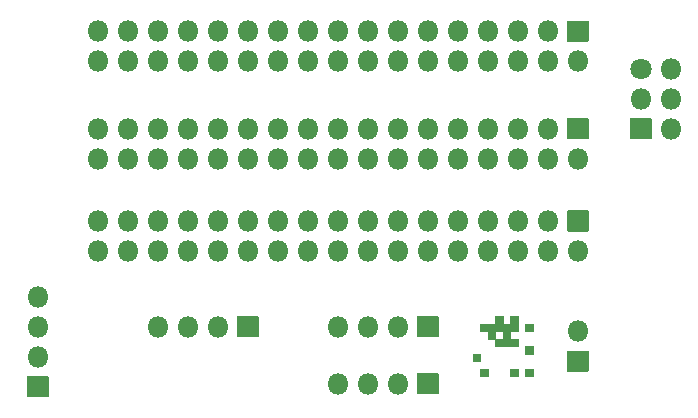
<source format=gbr>
G04 #@! TF.GenerationSoftware,KiCad,Pcbnew,(5.1.9)-1*
G04 #@! TF.CreationDate,2021-09-22T10:06:10+01:00*
G04 #@! TF.ProjectId,Amiga DF0 DF1 Switcher - Design A - Rev 2,416d6967-6120-4444-9630-204446312053,2*
G04 #@! TF.SameCoordinates,Original*
G04 #@! TF.FileFunction,Soldermask,Top*
G04 #@! TF.FilePolarity,Negative*
%FSLAX46Y46*%
G04 Gerber Fmt 4.6, Leading zero omitted, Abs format (unit mm)*
G04 Created by KiCad (PCBNEW (5.1.9)-1) date 2021-09-22 10:06:10*
%MOMM*%
%LPD*%
G01*
G04 APERTURE LIST*
%ADD10C,0.100000*%
%ADD11O,1.802000X1.802000*%
%ADD12C,1.802000*%
G04 APERTURE END LIST*
D10*
G36*
X173990000Y-148590000D02*
G01*
X173355000Y-148590000D01*
X173355000Y-147955000D01*
X173990000Y-147955000D01*
X173990000Y-148590000D01*
G37*
X173990000Y-148590000D02*
X173355000Y-148590000D01*
X173355000Y-147955000D01*
X173990000Y-147955000D01*
X173990000Y-148590000D01*
G36*
X172720000Y-150495000D02*
G01*
X172085000Y-150495000D01*
X172085000Y-149860000D01*
X172720000Y-149860000D01*
X172720000Y-150495000D01*
G37*
X172720000Y-150495000D02*
X172085000Y-150495000D01*
X172085000Y-149860000D01*
X172720000Y-149860000D01*
X172720000Y-150495000D01*
G36*
X170180000Y-150495000D02*
G01*
X169545000Y-150495000D01*
X169545000Y-149860000D01*
X170180000Y-149860000D01*
X170180000Y-150495000D01*
G37*
X170180000Y-150495000D02*
X169545000Y-150495000D01*
X169545000Y-149860000D01*
X170180000Y-149860000D01*
X170180000Y-150495000D01*
G36*
X169545000Y-149225000D02*
G01*
X168910000Y-149225000D01*
X168910000Y-148590000D01*
X169545000Y-148590000D01*
X169545000Y-149225000D01*
G37*
X169545000Y-149225000D02*
X168910000Y-149225000D01*
X168910000Y-148590000D01*
X169545000Y-148590000D01*
X169545000Y-149225000D01*
G36*
X170180000Y-146685000D02*
G01*
X169545000Y-146685000D01*
X169545000Y-146050000D01*
X170180000Y-146050000D01*
X170180000Y-146685000D01*
G37*
X170180000Y-146685000D02*
X169545000Y-146685000D01*
X169545000Y-146050000D01*
X170180000Y-146050000D01*
X170180000Y-146685000D01*
G36*
X170815000Y-146685000D02*
G01*
X170180000Y-146685000D01*
X170180000Y-146050000D01*
X170815000Y-146050000D01*
X170815000Y-146685000D01*
G37*
X170815000Y-146685000D02*
X170180000Y-146685000D01*
X170180000Y-146050000D01*
X170815000Y-146050000D01*
X170815000Y-146685000D01*
G36*
X171450000Y-146050000D02*
G01*
X170815000Y-146050000D01*
X170815000Y-145415000D01*
X171450000Y-145415000D01*
X171450000Y-146050000D01*
G37*
X171450000Y-146050000D02*
X170815000Y-146050000D01*
X170815000Y-145415000D01*
X171450000Y-145415000D01*
X171450000Y-146050000D01*
G36*
X171450000Y-146685000D02*
G01*
X170815000Y-146685000D01*
X170815000Y-146050000D01*
X171450000Y-146050000D01*
X171450000Y-146685000D01*
G37*
X171450000Y-146685000D02*
X170815000Y-146685000D01*
X170815000Y-146050000D01*
X171450000Y-146050000D01*
X171450000Y-146685000D01*
G36*
X172085000Y-146685000D02*
G01*
X171450000Y-146685000D01*
X171450000Y-146050000D01*
X172085000Y-146050000D01*
X172085000Y-146685000D01*
G37*
X172085000Y-146685000D02*
X171450000Y-146685000D01*
X171450000Y-146050000D01*
X172085000Y-146050000D01*
X172085000Y-146685000D01*
G36*
X172720000Y-146685000D02*
G01*
X172085000Y-146685000D01*
X172085000Y-146050000D01*
X172720000Y-146050000D01*
X172720000Y-146685000D01*
G37*
X172720000Y-146685000D02*
X172085000Y-146685000D01*
X172085000Y-146050000D01*
X172720000Y-146050000D01*
X172720000Y-146685000D01*
G36*
X172720000Y-146050000D02*
G01*
X172085000Y-146050000D01*
X172085000Y-145415000D01*
X172720000Y-145415000D01*
X172720000Y-146050000D01*
G37*
X172720000Y-146050000D02*
X172085000Y-146050000D01*
X172085000Y-145415000D01*
X172720000Y-145415000D01*
X172720000Y-146050000D01*
G36*
X173990000Y-150495000D02*
G01*
X173355000Y-150495000D01*
X173355000Y-149860000D01*
X173990000Y-149860000D01*
X173990000Y-150495000D01*
G37*
X173990000Y-150495000D02*
X173355000Y-150495000D01*
X173355000Y-149860000D01*
X173990000Y-149860000D01*
X173990000Y-150495000D01*
G36*
X173990000Y-146685000D02*
G01*
X173355000Y-146685000D01*
X173355000Y-146050000D01*
X173990000Y-146050000D01*
X173990000Y-146685000D01*
G37*
X173990000Y-146685000D02*
X173355000Y-146685000D01*
X173355000Y-146050000D01*
X173990000Y-146050000D01*
X173990000Y-146685000D01*
G36*
X170815000Y-147320000D02*
G01*
X170180000Y-147320000D01*
X170180000Y-146685000D01*
X170815000Y-146685000D01*
X170815000Y-147320000D01*
G37*
X170815000Y-147320000D02*
X170180000Y-147320000D01*
X170180000Y-146685000D01*
X170815000Y-146685000D01*
X170815000Y-147320000D01*
G36*
X171450000Y-147955000D02*
G01*
X170815000Y-147955000D01*
X170815000Y-147320000D01*
X171450000Y-147320000D01*
X171450000Y-147955000D01*
G37*
X171450000Y-147955000D02*
X170815000Y-147955000D01*
X170815000Y-147320000D01*
X171450000Y-147320000D01*
X171450000Y-147955000D01*
G36*
X172720000Y-147955000D02*
G01*
X172085000Y-147955000D01*
X172085000Y-147320000D01*
X172720000Y-147320000D01*
X172720000Y-147955000D01*
G37*
X172720000Y-147955000D02*
X172085000Y-147955000D01*
X172085000Y-147320000D01*
X172720000Y-147320000D01*
X172720000Y-147955000D01*
G36*
X172085000Y-147955000D02*
G01*
X171450000Y-147955000D01*
X171450000Y-147320000D01*
X172085000Y-147320000D01*
X172085000Y-147955000D01*
G37*
X172085000Y-147955000D02*
X171450000Y-147955000D01*
X171450000Y-147320000D01*
X172085000Y-147320000D01*
X172085000Y-147955000D01*
G36*
X172085000Y-147320000D02*
G01*
X171450000Y-147320000D01*
X171450000Y-146685000D01*
X172085000Y-146685000D01*
X172085000Y-147320000D01*
G37*
X172085000Y-147320000D02*
X171450000Y-147320000D01*
X171450000Y-146685000D01*
X172085000Y-146685000D01*
X172085000Y-147320000D01*
G36*
X173990000Y-148590000D02*
G01*
X173355000Y-148590000D01*
X173355000Y-147955000D01*
X173990000Y-147955000D01*
X173990000Y-148590000D01*
G37*
X173990000Y-148590000D02*
X173355000Y-148590000D01*
X173355000Y-147955000D01*
X173990000Y-147955000D01*
X173990000Y-148590000D01*
G36*
X172720000Y-150495000D02*
G01*
X172085000Y-150495000D01*
X172085000Y-149860000D01*
X172720000Y-149860000D01*
X172720000Y-150495000D01*
G37*
X172720000Y-150495000D02*
X172085000Y-150495000D01*
X172085000Y-149860000D01*
X172720000Y-149860000D01*
X172720000Y-150495000D01*
G36*
X170180000Y-150495000D02*
G01*
X169545000Y-150495000D01*
X169545000Y-149860000D01*
X170180000Y-149860000D01*
X170180000Y-150495000D01*
G37*
X170180000Y-150495000D02*
X169545000Y-150495000D01*
X169545000Y-149860000D01*
X170180000Y-149860000D01*
X170180000Y-150495000D01*
G36*
X169545000Y-149225000D02*
G01*
X168910000Y-149225000D01*
X168910000Y-148590000D01*
X169545000Y-148590000D01*
X169545000Y-149225000D01*
G37*
X169545000Y-149225000D02*
X168910000Y-149225000D01*
X168910000Y-148590000D01*
X169545000Y-148590000D01*
X169545000Y-149225000D01*
G36*
X170180000Y-146685000D02*
G01*
X169545000Y-146685000D01*
X169545000Y-146050000D01*
X170180000Y-146050000D01*
X170180000Y-146685000D01*
G37*
X170180000Y-146685000D02*
X169545000Y-146685000D01*
X169545000Y-146050000D01*
X170180000Y-146050000D01*
X170180000Y-146685000D01*
G36*
X170815000Y-146685000D02*
G01*
X170180000Y-146685000D01*
X170180000Y-146050000D01*
X170815000Y-146050000D01*
X170815000Y-146685000D01*
G37*
X170815000Y-146685000D02*
X170180000Y-146685000D01*
X170180000Y-146050000D01*
X170815000Y-146050000D01*
X170815000Y-146685000D01*
G36*
X171450000Y-146050000D02*
G01*
X170815000Y-146050000D01*
X170815000Y-145415000D01*
X171450000Y-145415000D01*
X171450000Y-146050000D01*
G37*
X171450000Y-146050000D02*
X170815000Y-146050000D01*
X170815000Y-145415000D01*
X171450000Y-145415000D01*
X171450000Y-146050000D01*
G36*
X171450000Y-146685000D02*
G01*
X170815000Y-146685000D01*
X170815000Y-146050000D01*
X171450000Y-146050000D01*
X171450000Y-146685000D01*
G37*
X171450000Y-146685000D02*
X170815000Y-146685000D01*
X170815000Y-146050000D01*
X171450000Y-146050000D01*
X171450000Y-146685000D01*
G36*
X172085000Y-146685000D02*
G01*
X171450000Y-146685000D01*
X171450000Y-146050000D01*
X172085000Y-146050000D01*
X172085000Y-146685000D01*
G37*
X172085000Y-146685000D02*
X171450000Y-146685000D01*
X171450000Y-146050000D01*
X172085000Y-146050000D01*
X172085000Y-146685000D01*
G36*
X172720000Y-146685000D02*
G01*
X172085000Y-146685000D01*
X172085000Y-146050000D01*
X172720000Y-146050000D01*
X172720000Y-146685000D01*
G37*
X172720000Y-146685000D02*
X172085000Y-146685000D01*
X172085000Y-146050000D01*
X172720000Y-146050000D01*
X172720000Y-146685000D01*
G36*
X172720000Y-146050000D02*
G01*
X172085000Y-146050000D01*
X172085000Y-145415000D01*
X172720000Y-145415000D01*
X172720000Y-146050000D01*
G37*
X172720000Y-146050000D02*
X172085000Y-146050000D01*
X172085000Y-145415000D01*
X172720000Y-145415000D01*
X172720000Y-146050000D01*
G36*
X173990000Y-150495000D02*
G01*
X173355000Y-150495000D01*
X173355000Y-149860000D01*
X173990000Y-149860000D01*
X173990000Y-150495000D01*
G37*
X173990000Y-150495000D02*
X173355000Y-150495000D01*
X173355000Y-149860000D01*
X173990000Y-149860000D01*
X173990000Y-150495000D01*
G36*
X173990000Y-146685000D02*
G01*
X173355000Y-146685000D01*
X173355000Y-146050000D01*
X173990000Y-146050000D01*
X173990000Y-146685000D01*
G37*
X173990000Y-146685000D02*
X173355000Y-146685000D01*
X173355000Y-146050000D01*
X173990000Y-146050000D01*
X173990000Y-146685000D01*
G36*
X170815000Y-147320000D02*
G01*
X170180000Y-147320000D01*
X170180000Y-146685000D01*
X170815000Y-146685000D01*
X170815000Y-147320000D01*
G37*
X170815000Y-147320000D02*
X170180000Y-147320000D01*
X170180000Y-146685000D01*
X170815000Y-146685000D01*
X170815000Y-147320000D01*
G36*
X171450000Y-147955000D02*
G01*
X170815000Y-147955000D01*
X170815000Y-147320000D01*
X171450000Y-147320000D01*
X171450000Y-147955000D01*
G37*
X171450000Y-147955000D02*
X170815000Y-147955000D01*
X170815000Y-147320000D01*
X171450000Y-147320000D01*
X171450000Y-147955000D01*
G36*
X172720000Y-147955000D02*
G01*
X172085000Y-147955000D01*
X172085000Y-147320000D01*
X172720000Y-147320000D01*
X172720000Y-147955000D01*
G37*
X172720000Y-147955000D02*
X172085000Y-147955000D01*
X172085000Y-147320000D01*
X172720000Y-147320000D01*
X172720000Y-147955000D01*
G36*
X172085000Y-147955000D02*
G01*
X171450000Y-147955000D01*
X171450000Y-147320000D01*
X172085000Y-147320000D01*
X172085000Y-147955000D01*
G37*
X172085000Y-147955000D02*
X171450000Y-147955000D01*
X171450000Y-147320000D01*
X172085000Y-147320000D01*
X172085000Y-147955000D01*
G36*
X172085000Y-147320000D02*
G01*
X171450000Y-147320000D01*
X171450000Y-146685000D01*
X172085000Y-146685000D01*
X172085000Y-147320000D01*
G37*
X172085000Y-147320000D02*
X171450000Y-147320000D01*
X171450000Y-146685000D01*
X172085000Y-146685000D01*
X172085000Y-147320000D01*
D11*
X177800000Y-146685000D03*
G36*
G01*
X178701000Y-148375000D02*
X178701000Y-150075000D01*
G75*
G02*
X178650000Y-150126000I-51000J0D01*
G01*
X176950000Y-150126000D01*
G75*
G02*
X176899000Y-150075000I0J51000D01*
G01*
X176899000Y-148375000D01*
G75*
G02*
X176950000Y-148324000I51000J0D01*
G01*
X178650000Y-148324000D01*
G75*
G02*
X178701000Y-148375000I0J-51000D01*
G01*
G37*
X185674000Y-129540000D03*
G36*
G01*
X182233000Y-130390000D02*
X182233000Y-128690000D01*
G75*
G02*
X182284000Y-128639000I51000J0D01*
G01*
X183984000Y-128639000D01*
G75*
G02*
X184035000Y-128690000I0J-51000D01*
G01*
X184035000Y-130390000D01*
G75*
G02*
X183984000Y-130441000I-51000J0D01*
G01*
X182284000Y-130441000D01*
G75*
G02*
X182233000Y-130390000I0J51000D01*
G01*
G37*
X185674000Y-127000000D03*
X183134000Y-127000000D03*
X185674000Y-124460000D03*
D12*
X183134000Y-124460000D03*
D11*
X157480000Y-151130000D03*
X160020000Y-151130000D03*
X162560000Y-151130000D03*
G36*
G01*
X164250000Y-150229000D02*
X165950000Y-150229000D01*
G75*
G02*
X166001000Y-150280000I0J-51000D01*
G01*
X166001000Y-151980000D01*
G75*
G02*
X165950000Y-152031000I-51000J0D01*
G01*
X164250000Y-152031000D01*
G75*
G02*
X164199000Y-151980000I0J51000D01*
G01*
X164199000Y-150280000D01*
G75*
G02*
X164250000Y-150229000I51000J0D01*
G01*
G37*
X132080000Y-143764000D03*
X132080000Y-146304000D03*
X132080000Y-148844000D03*
G36*
G01*
X132981000Y-150534000D02*
X132981000Y-152234000D01*
G75*
G02*
X132930000Y-152285000I-51000J0D01*
G01*
X131230000Y-152285000D01*
G75*
G02*
X131179000Y-152234000I0J51000D01*
G01*
X131179000Y-150534000D01*
G75*
G02*
X131230000Y-150483000I51000J0D01*
G01*
X132930000Y-150483000D01*
G75*
G02*
X132981000Y-150534000I0J-51000D01*
G01*
G37*
X137160000Y-139890500D03*
X137160000Y-137350500D03*
X139700000Y-139890500D03*
X139700000Y-137350500D03*
X142240000Y-139890500D03*
X142240000Y-137350500D03*
X144780000Y-139890500D03*
X144780000Y-137350500D03*
X147320000Y-139890500D03*
X147320000Y-137350500D03*
X149860000Y-139890500D03*
X149860000Y-137350500D03*
X152400000Y-139890500D03*
X152400000Y-137350500D03*
X154940000Y-139890500D03*
X154940000Y-137350500D03*
X157480000Y-139890500D03*
X157480000Y-137350500D03*
X160020000Y-139890500D03*
X160020000Y-137350500D03*
X162560000Y-139890500D03*
X162560000Y-137350500D03*
X165100000Y-139890500D03*
X165100000Y-137350500D03*
X167640000Y-139890500D03*
X167640000Y-137350500D03*
X170180000Y-139890500D03*
X170180000Y-137350500D03*
X172720000Y-139890500D03*
X172720000Y-137350500D03*
X175260000Y-139890500D03*
X175260000Y-137350500D03*
X177800000Y-139890500D03*
G36*
G01*
X178650000Y-138251500D02*
X176950000Y-138251500D01*
G75*
G02*
X176899000Y-138200500I0J51000D01*
G01*
X176899000Y-136500500D01*
G75*
G02*
X176950000Y-136449500I51000J0D01*
G01*
X178650000Y-136449500D01*
G75*
G02*
X178701000Y-136500500I0J-51000D01*
G01*
X178701000Y-138200500D01*
G75*
G02*
X178650000Y-138251500I-51000J0D01*
G01*
G37*
G36*
G01*
X176950000Y-128639000D02*
X178650000Y-128639000D01*
G75*
G02*
X178701000Y-128690000I0J-51000D01*
G01*
X178701000Y-130390000D01*
G75*
G02*
X178650000Y-130441000I-51000J0D01*
G01*
X176950000Y-130441000D01*
G75*
G02*
X176899000Y-130390000I0J51000D01*
G01*
X176899000Y-128690000D01*
G75*
G02*
X176950000Y-128639000I51000J0D01*
G01*
G37*
X177800000Y-132080000D03*
X175260000Y-129540000D03*
X175260000Y-132080000D03*
X172720000Y-129540000D03*
X172720000Y-132080000D03*
X170180000Y-129540000D03*
X170180000Y-132080000D03*
X167640000Y-129540000D03*
X167640000Y-132080000D03*
X165100000Y-129540000D03*
X165100000Y-132080000D03*
X162560000Y-129540000D03*
X162560000Y-132080000D03*
X160020000Y-129540000D03*
X160020000Y-132080000D03*
X157480000Y-129540000D03*
X157480000Y-132080000D03*
X154940000Y-129540000D03*
X154940000Y-132080000D03*
X152400000Y-129540000D03*
X152400000Y-132080000D03*
X149860000Y-129540000D03*
X149860000Y-132080000D03*
X147320000Y-129540000D03*
X147320000Y-132080000D03*
X144780000Y-129540000D03*
X144780000Y-132080000D03*
X142240000Y-129540000D03*
X142240000Y-132080000D03*
X139700000Y-129540000D03*
X139700000Y-132080000D03*
X137160000Y-129540000D03*
X137160000Y-132080000D03*
G36*
G01*
X176950000Y-120384000D02*
X178650000Y-120384000D01*
G75*
G02*
X178701000Y-120435000I0J-51000D01*
G01*
X178701000Y-122135000D01*
G75*
G02*
X178650000Y-122186000I-51000J0D01*
G01*
X176950000Y-122186000D01*
G75*
G02*
X176899000Y-122135000I0J51000D01*
G01*
X176899000Y-120435000D01*
G75*
G02*
X176950000Y-120384000I51000J0D01*
G01*
G37*
X177800000Y-123825000D03*
X175260000Y-121285000D03*
X175260000Y-123825000D03*
X172720000Y-121285000D03*
X172720000Y-123825000D03*
X170180000Y-121285000D03*
X170180000Y-123825000D03*
X167640000Y-121285000D03*
X167640000Y-123825000D03*
X165100000Y-121285000D03*
X165100000Y-123825000D03*
X162560000Y-121285000D03*
X162560000Y-123825000D03*
X160020000Y-121285000D03*
X160020000Y-123825000D03*
X157480000Y-121285000D03*
X157480000Y-123825000D03*
X154940000Y-121285000D03*
X154940000Y-123825000D03*
X152400000Y-121285000D03*
X152400000Y-123825000D03*
X149860000Y-121285000D03*
X149860000Y-123825000D03*
X147320000Y-121285000D03*
X147320000Y-123825000D03*
X144780000Y-121285000D03*
X144780000Y-123825000D03*
X142240000Y-121285000D03*
X142240000Y-123825000D03*
X139700000Y-121285000D03*
X139700000Y-123825000D03*
X137160000Y-121285000D03*
X137160000Y-123825000D03*
G36*
G01*
X164250000Y-145403000D02*
X165950000Y-145403000D01*
G75*
G02*
X166001000Y-145454000I0J-51000D01*
G01*
X166001000Y-147154000D01*
G75*
G02*
X165950000Y-147205000I-51000J0D01*
G01*
X164250000Y-147205000D01*
G75*
G02*
X164199000Y-147154000I0J51000D01*
G01*
X164199000Y-145454000D01*
G75*
G02*
X164250000Y-145403000I51000J0D01*
G01*
G37*
X162560000Y-146304000D03*
X160020000Y-146304000D03*
X157480000Y-146304000D03*
G36*
G01*
X149010000Y-145403000D02*
X150710000Y-145403000D01*
G75*
G02*
X150761000Y-145454000I0J-51000D01*
G01*
X150761000Y-147154000D01*
G75*
G02*
X150710000Y-147205000I-51000J0D01*
G01*
X149010000Y-147205000D01*
G75*
G02*
X148959000Y-147154000I0J51000D01*
G01*
X148959000Y-145454000D01*
G75*
G02*
X149010000Y-145403000I51000J0D01*
G01*
G37*
X147320000Y-146304000D03*
X144780000Y-146304000D03*
X142240000Y-146304000D03*
M02*

</source>
